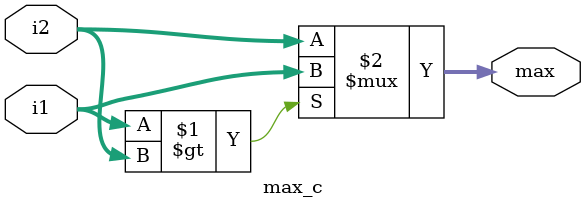
<source format=v>
module max_c(input [31:0] i1, 
            input [31:0] i2,
            output [31:0] max); 

    assign max = (i1 > i2) ? i1 : i2;
endmodule
</source>
